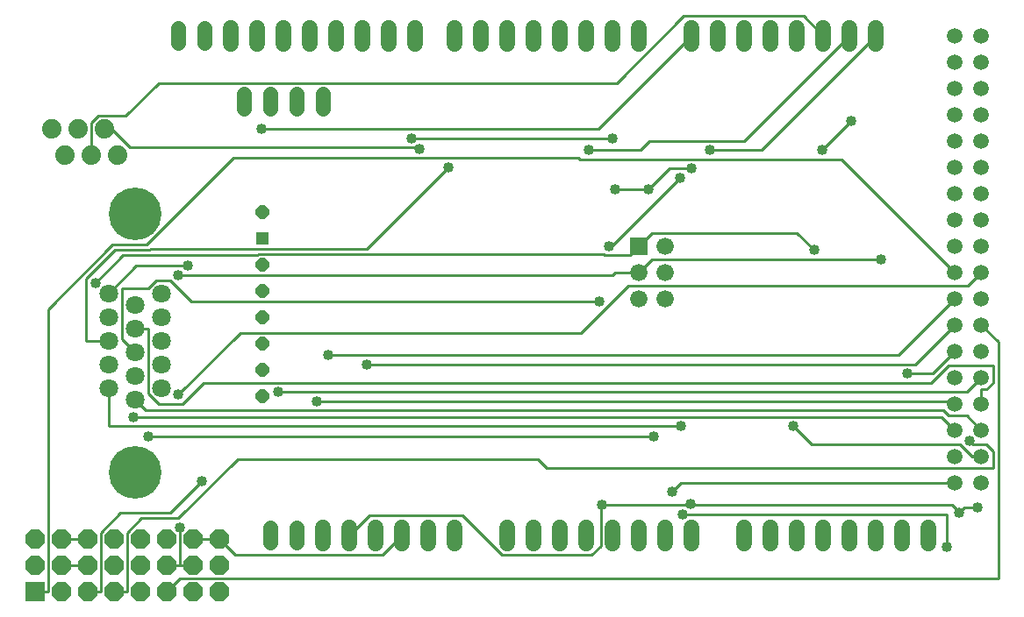
<source format=gbl>
G75*
G70*
%OFA0B0*%
%FSLAX24Y24*%
%IPPOS*%
%LPD*%
%AMOC8*
5,1,8,0,0,1.08239X$1,22.5*
%
%ADD10C,0.0594*%
%ADD11C,0.0594*%
%ADD12C,0.0560*%
%ADD13C,0.0660*%
%ADD14R,0.0660X0.0660*%
%ADD15C,0.0740*%
%ADD16R,0.0740X0.0740*%
%ADD17OC8,0.0740*%
%ADD18OC8,0.0515*%
%ADD19R,0.0515X0.0515*%
%ADD20C,0.0709*%
%ADD21C,0.2000*%
%ADD22C,0.0100*%
%ADD23C,0.0400*%
D10*
X013875Y002803D02*
X013875Y003397D01*
X014875Y003397D02*
X014875Y002803D01*
X015875Y002803D02*
X015875Y003397D01*
X016875Y003397D02*
X016875Y002803D01*
X017875Y002803D02*
X017875Y003397D01*
X018875Y003397D02*
X018875Y002803D01*
X020875Y002803D02*
X020875Y003397D01*
X021875Y003397D02*
X021875Y002803D01*
X022875Y002803D02*
X022875Y003397D01*
X023875Y003397D02*
X023875Y002803D01*
X024875Y002803D02*
X024875Y003397D01*
X025875Y003397D02*
X025875Y002803D01*
X026875Y002803D02*
X026875Y003397D01*
X027875Y003397D02*
X027875Y002803D01*
X029875Y002803D02*
X029875Y003397D01*
X030875Y003397D02*
X030875Y002803D01*
X031875Y002803D02*
X031875Y003397D01*
X032875Y003397D02*
X032875Y002803D01*
X033875Y002803D02*
X033875Y003397D01*
X034875Y003397D02*
X034875Y002803D01*
X035875Y002803D02*
X035875Y003397D01*
X036875Y003397D02*
X036875Y002803D01*
X034875Y021803D02*
X034875Y022397D01*
X033875Y022397D02*
X033875Y021803D01*
X032875Y021803D02*
X032875Y022397D01*
X031875Y022397D02*
X031875Y021803D01*
X030875Y021803D02*
X030875Y022397D01*
X029875Y022397D02*
X029875Y021803D01*
X028875Y021803D02*
X028875Y022397D01*
X027875Y022397D02*
X027875Y021803D01*
X025875Y021803D02*
X025875Y022397D01*
X024875Y022397D02*
X024875Y021803D01*
X023875Y021803D02*
X023875Y022397D01*
X022875Y022397D02*
X022875Y021803D01*
X021875Y021803D02*
X021875Y022397D01*
X020875Y022397D02*
X020875Y021803D01*
X019875Y021803D02*
X019875Y022397D01*
X018875Y022397D02*
X018875Y021803D01*
X017375Y021803D02*
X017375Y022397D01*
X016375Y022397D02*
X016375Y021803D01*
X015375Y021803D02*
X015375Y022397D01*
X014375Y022397D02*
X014375Y021803D01*
X013375Y021803D02*
X013375Y022397D01*
X012375Y022397D02*
X012375Y021803D01*
X011375Y021803D02*
X011375Y022397D01*
X010375Y022397D02*
X010375Y021803D01*
X010375Y022397D01*
D11*
X037875Y022100D03*
X038875Y022100D03*
X038875Y021100D03*
X037875Y021100D03*
X037875Y020100D03*
X038875Y020100D03*
X038875Y019100D03*
X037875Y019100D03*
X037875Y018100D03*
X037875Y017100D03*
X038875Y017100D03*
X038875Y018100D03*
X038875Y016100D03*
X037875Y016100D03*
X037875Y015100D03*
X038875Y015100D03*
X038875Y014100D03*
X037875Y014100D03*
X037875Y013100D03*
X038875Y013100D03*
X038875Y012100D03*
X037875Y012100D03*
X037875Y011100D03*
X037875Y010100D03*
X038875Y010100D03*
X038875Y011100D03*
X038875Y009100D03*
X037875Y009100D03*
X037875Y008100D03*
X038875Y008100D03*
X038875Y007100D03*
X037875Y007100D03*
X037875Y006100D03*
X038875Y006100D03*
X038875Y005100D03*
X037875Y005100D03*
D12*
X013875Y019320D02*
X013875Y019880D01*
X012875Y019880D02*
X012875Y019320D01*
X011875Y019320D02*
X011875Y019880D01*
X010875Y019880D02*
X010875Y019320D01*
X009375Y021820D02*
X009375Y022380D01*
X008375Y022380D02*
X008375Y021820D01*
X011875Y003380D02*
X011875Y002820D01*
X012875Y002820D02*
X012875Y003380D01*
D13*
X025875Y012100D03*
X026875Y012100D03*
X026875Y013100D03*
X025875Y013100D03*
X026875Y014100D03*
D14*
X025875Y014100D03*
D15*
X006075Y017550D03*
X005075Y017550D03*
X004075Y017550D03*
X003575Y018550D03*
X004575Y018550D03*
X005575Y018550D03*
D16*
X002925Y000950D03*
D17*
X003925Y000950D03*
X004925Y000950D03*
X005925Y000950D03*
X006925Y000950D03*
X007925Y000950D03*
X008925Y000950D03*
X009925Y000950D03*
X009925Y001950D03*
X008925Y001950D03*
X007925Y001950D03*
X006925Y001950D03*
X005925Y001950D03*
X004925Y001950D03*
X003925Y001950D03*
X002925Y001950D03*
X002925Y002950D03*
X003925Y002950D03*
X004925Y002950D03*
X005925Y002950D03*
X006925Y002950D03*
X007925Y002950D03*
X008925Y002950D03*
X009925Y002950D03*
D18*
X011575Y008400D03*
X011575Y009400D03*
X011575Y010400D03*
X011575Y011400D03*
X011575Y012400D03*
X011575Y013400D03*
X011575Y015400D03*
D19*
X011575Y014400D03*
D20*
X007725Y012300D03*
X006725Y011850D03*
X007725Y011400D03*
X006725Y010950D03*
X007725Y010500D03*
X006725Y010050D03*
X007725Y009600D03*
X006725Y009150D03*
X007725Y008700D03*
X006725Y008250D03*
X005725Y008700D03*
X005725Y009600D03*
X005725Y010500D03*
X005725Y011400D03*
X005725Y012300D03*
D21*
X006725Y015320D03*
X006725Y005480D03*
D22*
X007225Y006850D02*
X026425Y006850D01*
X027475Y007250D02*
X005725Y007250D01*
X005725Y008700D01*
X006725Y008250D02*
X007125Y007850D01*
X037425Y007850D01*
X037625Y007650D01*
X038325Y007650D01*
X038875Y007100D01*
X039075Y006550D02*
X038575Y006550D01*
X038425Y006700D01*
X038075Y006550D02*
X038525Y006100D01*
X038875Y006100D01*
X039325Y006300D02*
X039325Y005650D01*
X022375Y005650D01*
X022025Y006000D01*
X010625Y006000D01*
X008375Y003750D01*
X006975Y003750D01*
X006425Y003200D01*
X006425Y000950D01*
X005925Y000950D01*
X005425Y000950D02*
X004925Y000950D01*
X005425Y000950D02*
X005425Y003200D01*
X006175Y003950D01*
X008075Y003950D01*
X009275Y005150D01*
X008425Y003400D02*
X008425Y001950D01*
X008925Y001950D01*
X008425Y001950D02*
X007925Y001950D01*
X008425Y001450D02*
X007925Y000950D01*
X008425Y001450D02*
X039525Y001450D01*
X039525Y010450D01*
X038875Y011100D01*
X037875Y011100D02*
X036375Y009600D01*
X015525Y009600D01*
X014075Y009950D02*
X035725Y009950D01*
X037875Y012100D01*
X038375Y012600D02*
X025475Y012600D01*
X023675Y010800D01*
X010725Y010800D01*
X008375Y008450D01*
X008525Y008100D02*
X007625Y008100D01*
X007225Y008500D01*
X007225Y010950D01*
X006725Y010950D01*
X006225Y010550D02*
X006225Y012500D01*
X007225Y012500D01*
X007525Y012800D01*
X008075Y012800D01*
X008875Y012000D01*
X024375Y012000D01*
X024875Y013000D02*
X024975Y013100D01*
X025875Y013100D01*
X026375Y013600D01*
X035075Y013600D01*
X032525Y013950D02*
X031875Y014600D01*
X026375Y014600D01*
X025875Y014100D01*
X025525Y013750D01*
X024575Y013750D01*
X024525Y013800D01*
X011425Y013800D01*
X011375Y013750D01*
X006275Y013750D01*
X005225Y012700D01*
X004875Y012850D02*
X004875Y010500D01*
X005725Y010500D01*
X006225Y010550D02*
X006725Y010050D01*
X008525Y008100D02*
X009325Y008900D01*
X036975Y008900D01*
X037625Y009550D01*
X039325Y009550D01*
X039325Y008900D01*
X039075Y008650D01*
X038875Y008650D01*
X038875Y008100D01*
X038325Y008550D02*
X012175Y008550D01*
X013625Y008200D02*
X037775Y008200D01*
X037875Y008100D01*
X038325Y008550D02*
X038875Y009100D01*
X037875Y010100D02*
X037025Y009250D01*
X036075Y009250D01*
X037375Y007600D02*
X006675Y007600D01*
X003425Y011700D02*
X003425Y000950D01*
X002925Y000950D01*
X003925Y001950D02*
X004925Y001950D01*
X004925Y002950D02*
X003925Y002950D01*
X008925Y002950D02*
X009925Y002950D01*
X010525Y002350D01*
X016125Y002350D01*
X016875Y003100D01*
X015625Y003850D02*
X019175Y003850D01*
X020675Y002350D01*
X024075Y002350D01*
X024425Y002700D01*
X024425Y004250D01*
X024475Y004250D01*
X027825Y004250D01*
X027825Y004300D01*
X027825Y004250D02*
X037775Y004250D01*
X038025Y004000D01*
X038025Y003950D01*
X038225Y004150D01*
X038725Y004150D01*
X037575Y003900D02*
X027525Y003900D01*
X027125Y004750D02*
X027475Y005100D01*
X037875Y005100D01*
X037575Y003900D02*
X037575Y002650D01*
X039325Y006300D02*
X039075Y006550D01*
X038075Y006550D02*
X032425Y006550D01*
X031725Y007250D01*
X037375Y007600D02*
X037875Y007100D01*
X038375Y012600D02*
X038875Y013100D01*
X037875Y013100D02*
X033575Y017400D01*
X023625Y017400D01*
X023575Y017450D01*
X010475Y017450D01*
X007175Y014150D01*
X005875Y014150D01*
X003425Y011700D01*
X004875Y012850D02*
X005975Y013950D01*
X007275Y013950D01*
X007325Y014000D01*
X015525Y014000D01*
X018625Y017100D01*
X017525Y017800D02*
X017475Y017850D01*
X006525Y017850D01*
X005825Y018550D01*
X005575Y018550D01*
X005075Y018800D02*
X005075Y017550D01*
X005075Y018800D02*
X005325Y019050D01*
X006375Y019050D01*
X007625Y020300D01*
X025025Y020300D01*
X027575Y022850D01*
X032125Y022850D01*
X032875Y022100D01*
X033875Y022100D02*
X029875Y018100D01*
X026275Y018100D01*
X025925Y017750D01*
X023975Y017750D01*
X024325Y018550D02*
X011525Y018550D01*
X017225Y018200D02*
X024875Y018200D01*
X024325Y018550D02*
X027875Y022100D01*
X032825Y017750D02*
X033925Y018850D01*
X034875Y022100D02*
X030525Y017750D01*
X028575Y017750D01*
X027875Y017050D02*
X027025Y017050D01*
X026225Y016250D01*
X024975Y016250D01*
X024825Y014100D02*
X027425Y016700D01*
X024825Y014100D02*
X024725Y014100D01*
X024875Y013000D02*
X008375Y013000D01*
X008725Y013350D02*
X006775Y013350D01*
X005725Y012300D01*
X014875Y003100D02*
X015625Y003850D01*
D23*
X009275Y005150D03*
X008425Y003400D03*
X007225Y006850D03*
X006675Y007600D03*
X008375Y008450D03*
X012175Y008550D03*
X013625Y008200D03*
X015525Y009600D03*
X014075Y009950D03*
X008725Y013350D03*
X008375Y013000D03*
X005225Y012700D03*
X011525Y018550D03*
X017225Y018200D03*
X017525Y017800D03*
X018625Y017100D03*
X023975Y017750D03*
X024875Y018200D03*
X027425Y016700D03*
X027875Y017050D03*
X028575Y017750D03*
X026225Y016250D03*
X024975Y016250D03*
X024725Y014100D03*
X024375Y012000D03*
X027475Y007250D03*
X026425Y006850D03*
X027125Y004750D03*
X027825Y004300D03*
X027525Y003900D03*
X024475Y004250D03*
X031725Y007250D03*
X036075Y009250D03*
X038425Y006700D03*
X038725Y004150D03*
X038025Y003950D03*
X037575Y002650D03*
X035075Y013600D03*
X032525Y013950D03*
X032825Y017750D03*
X033925Y018850D03*
M02*

</source>
